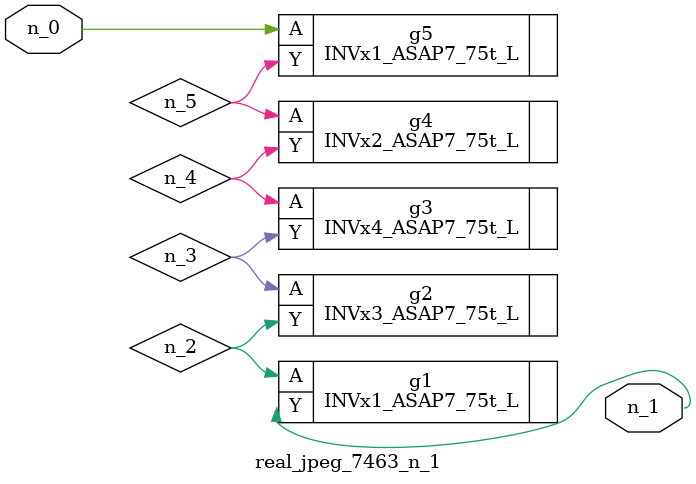
<source format=v>
module real_jpeg_7463_n_1 (n_0, n_1);

input n_0;

output n_1;

wire n_5;
wire n_4;
wire n_2;
wire n_3;

INVx1_ASAP7_75t_L g5 ( 
.A(n_0),
.Y(n_5)
);

INVx1_ASAP7_75t_L g1 ( 
.A(n_2),
.Y(n_1)
);

INVx3_ASAP7_75t_L g2 ( 
.A(n_3),
.Y(n_2)
);

INVx4_ASAP7_75t_L g3 ( 
.A(n_4),
.Y(n_3)
);

INVx2_ASAP7_75t_L g4 ( 
.A(n_5),
.Y(n_4)
);


endmodule
</source>
